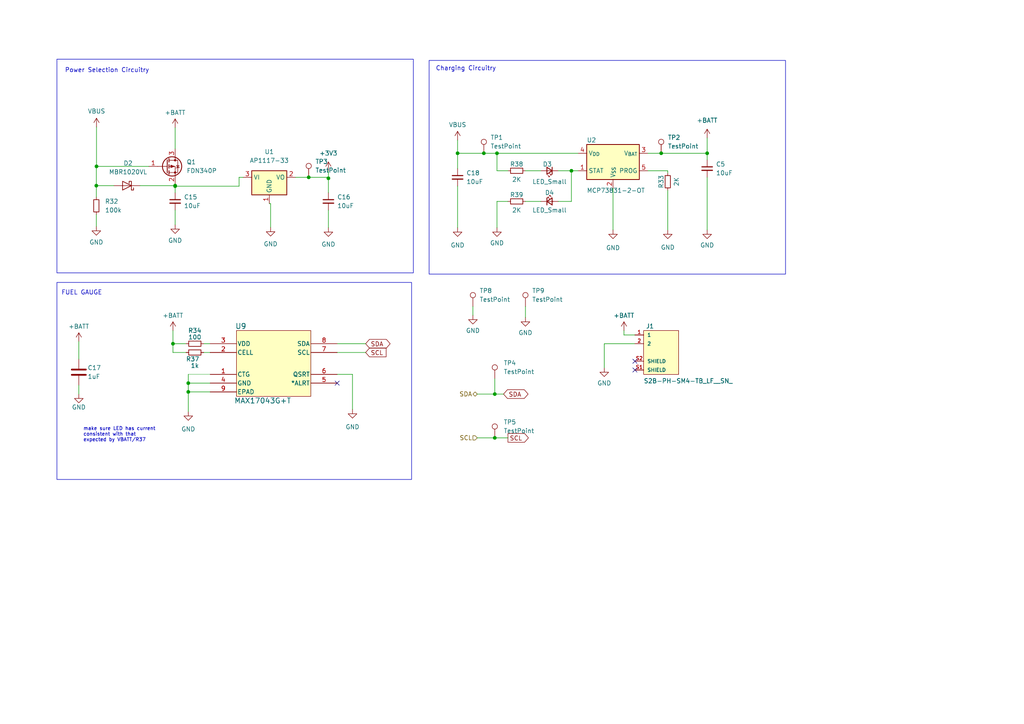
<source format=kicad_sch>
(kicad_sch (version 20230121) (generator eeschema)
  (paper "A4")
  (title_block (title "Power and Battery Schematic") (company "Generate Product Development Studio"))
  (lib_symbols
    (symbol "Battery_Management:MCP73831-2-OT"
      (property "Reference" "U4" (at 2.1941 9.906 0))
      (property "Value" "MCP73831-2-OT" (at 2.1941 7.366 0))
      (symbol "MCP73831-2-OT_0_1"
        (rectangle (start -7.62 5.08) (end 7.62 -5.08) (stroke (width 0.254)) (fill (type background)))
      )
      (symbol "MCP73831-2-OT_1_1"
        (pin output line (at -10.16 -2.54 0) (length 2.54) (name "STAT") (number "1"))
        (pin power_in line (at 0 -7.62 90) (length 2.54) (name "V_{SS}") (number "2"))
        (pin power_out line (at 10.16 2.54 180) (length 2.54) (name "V_{BAT}") (number "3"))
        (pin power_in line (at -10.16 2.54 0) (length 2.54) (name "V_{DD}") (number "4"))
        (pin input line (at 10.16 -2.54 180) (length 2.54) (name "PROG") (number "5"))
      )
    )
    (symbol "Connector:TestPoint" (pin_numbers hide) (pin_names (offset 0.762) hide)
      (property "Reference" "TP" (at 0 6.858 0))
      (property "Value" "TestPoint" (at 0 5.08 0))
      (symbol "TestPoint_0_1"
        (circle (center 0 3.302) (radius 0.762))
      )
      (symbol "TestPoint_1_1"
        (pin passive line (at 0 0 90) (length 2.54) (name "1") (number "1"))
      )
    )
    (symbol "Device:C" (pin_numbers hide) (pin_names (offset 0.254))
      (property "Reference" "C" (at 0.635 2.54 0))
      (property "Value" "C" (at 0.635 -2.54 0))
      (symbol "C_0_1"
        (polyline (pts (xy -2.032 -0.762) (xy 2.032 -0.762)) (stroke (width 0.508)))
        (polyline (pts (xy -2.032 0.762) (xy 2.032 0.762)) (stroke (width 0.508)))
      )
      (symbol "C_1_1"
        (pin passive line (at 0 3.81 270) (length 2.794) (name "~") (number "1"))
        (pin passive line (at 0 -3.81 90) (length 2.794) (name "~") (number "2"))
      )
    )
    (symbol "Device:C_Small" (pin_numbers hide) (pin_names (offset 0.254) hide)
      (property "Reference" "C" (at 0.254 1.778 0))
      (property "Value" "C_Small" (at 0.254 -2.032 0))
      (symbol "C_Small_0_1"
        (polyline (pts (xy -1.524 -0.508) (xy 1.524 -0.508)) (stroke (width 0.3302)))
        (polyline (pts (xy -1.524 0.508) (xy 1.524 0.508)) (stroke (width 0.3048)))
      )
      (symbol "C_Small_1_1"
        (pin passive line (at 0 2.54 270) (length 2.032) (name "~") (number "1"))
        (pin passive line (at 0 -2.54 90) (length 2.032) (name "~") (number "2"))
      )
    )
    (symbol "Device:LED_Small" (pin_numbers hide) (pin_names (offset 0.254) hide)
      (property "Reference" "D" (at -1.27 3.175 0))
      (property "Value" "LED_Small" (at -4.445 -2.54 0))
      (symbol "LED_Small_0_1"
        (polyline (pts (xy -0.762 -1.016) (xy -0.762 1.016)) (stroke (width 0.254)))
        (polyline (pts (xy 1.016 0) (xy -0.762 0)))
        (polyline (pts (xy 0.762 -1.016) (xy -0.762 0) (xy 0.762 1.016) (xy 0.762 -1.016)) (stroke (width 0.254)))
        (polyline (pts (xy 0 0.762) (xy -0.508 1.27) (xy -0.254 1.27) (xy -0.508 1.27) (xy -0.508 1.016)))
        (polyline (pts (xy 0.508 1.27) (xy 0 1.778) (xy 0.254 1.778) (xy 0 1.778) (xy 0 1.524)))
      )
      (symbol "LED_Small_1_1"
        (pin passive line (at -2.54 0 0) (length 1.778) (name "K") (number "1"))
        (pin passive line (at 2.54 0 180) (length 1.778) (name "A") (number "2"))
      )
    )
    (symbol "Device:R_Small" (pin_numbers hide) (pin_names (offset 0.254) hide)
      (property "Reference" "R" (at 0.762 0.508 0))
      (property "Value" "R_Small" (at 0.762 -1.016 0))
      (symbol "R_Small_0_1"
        (rectangle (start -0.762 1.778) (end 0.762 -1.778) (stroke (width 0.2032)))
      )
      (symbol "R_Small_1_1"
        (pin passive line (at 0 2.54 270) (length 0.762) (name "~") (number "1"))
        (pin passive line (at 0 -2.54 90) (length 0.762) (name "~") (number "2"))
      )
    )
    (symbol "Diode:MBR1020VL" (pin_numbers hide) (pin_names hide)
      (property "Reference" "D" (at 0 2.54 0))
      (property "Value" "MBR1020VL" (at 0 -2.54 0))
      (symbol "MBR1020VL_0_1"
        (polyline (pts (xy 1.27 0) (xy -1.27 0)))
        (polyline (pts (xy 1.27 1.27) (xy 1.27 -1.27) (xy -1.27 0) (xy 1.27 1.27)) (stroke (width 0.2032)))
        (polyline (pts (xy -1.905 0.635) (xy -1.905 1.27) (xy -1.27 1.27) (xy -1.27 -1.27) (xy -0.635 -1.27) (xy -0.635 -0.635)) (stroke (width 0.2032)))
      )
      (symbol "MBR1020VL_1_1"
        (pin passive line (at -3.81 0 0) (length 2.54) (name "K") (number "1"))
        (pin passive line (at 3.81 0 180) (length 2.54) (name "A") (number "2"))
      )
    )
    (symbol "MuscleRecoverySymbolLibray:MAX17043G+T" (pin_names (offset 0.254))
      (property "Reference" "U9" (at 12.7 5.08 0))
      (property "Value" "MAX17043G+T" (at 19.05 -16.51 0))
      (symbol "MAX17043G+T_0_1"
        (pin power_out line (at 3.81 -8.89 0) (length 7.62) (name "CTG") (number "1"))
        (pin input line (at 3.81 -2.54 0) (length 7.62) (name "CELL") (number "2"))
        (pin power_out line (at 3.81 0 0) (length 7.62) (name "VDD") (number "3"))
        (pin input line (at 3.81 -11.43 0) (length 7.62) (name "GND") (number "4"))
        (pin output line (at 40.64 -11.43 180) (length 7.62) (name "*ALRT") (number "5"))
        (pin input line (at 40.64 -8.89 180) (length 7.62) (name "QSRT") (number "6"))
        (pin input line (at 40.64 -2.54 180) (length 7.62) (name "SCL") (number "7"))
        (pin bidirectional line (at 40.64 0 180) (length 7.62) (name "SDA") (number "8"))
        (pin power_in line (at 3.81 -13.97 0) (length 7.62) (name "EPAD") (number "9"))
      )
      (symbol "MAX17043G+T_1_1"
        (rectangle (start 11.43 3.81) (end 33.02 -15.24) (fill (type background)))
      )
    )
    (symbol "MuscleRecoverySymbolLibray:S2B-PH-SM4-TB_LF__SN_" (pin_names (offset 1.016))
      (property "Reference" "J?" (at -5.0829 5.5957 0))
      (property "Value" "S2B-PH-SM4-TB_LF__SN_" (at -5.0881 -9.4227 0))
      (symbol "S2B-PH-SM4-TB_LF__SN__0_0"
        (rectangle (start -5.08 -7.62) (end 5.08 5.08) (stroke (width 0.1524)) (fill (type background)))
        (pin passive line (at -7.62 3.81 0) (length 2.54) (name "1") (number "1"))
        (pin passive line (at -7.62 1.27 0) (length 2.54) (name "2") (number "2"))
        (pin passive line (at -7.62 -6.35 0) (length 2.54) (name "SHIELD") (number "S1"))
        (pin passive line (at -7.62 -3.81 0) (length 2.54) (name "SHIELD") (number "S2"))
      )
    )
    (symbol "Regulator_Linear:AP1117-33"
      (property "Reference" "U" (at -3.81 3.175 0))
      (property "Value" "AP1117-33" (at 0 3.175 0))
      (symbol "AP1117-33_0_1"
        (rectangle (start -5.08 -5.08) (end 5.08 1.905) (stroke (width 0.254)) (fill (type background)))
      )
      (symbol "AP1117-33_1_1"
        (pin power_in line (at 0 -7.62 90) (length 2.54) (name "GND") (number "1"))
        (pin power_out line (at 7.62 0 180) (length 2.54) (name "VO") (number "2"))
        (pin power_in line (at -7.62 0 0) (length 2.54) (name "VI") (number "3"))
      )
    )
    (symbol "Transistor_FET:FDN340P" (pin_names hide)
      (property "Reference" "Q" (at 5.08 1.905 0))
      (property "Value" "FDN340P" (at 5.08 0 0))
      (symbol "FDN340P_0_1"
        (polyline (pts (xy 0.254 0) (xy -2.54 0)))
        (polyline (pts (xy 0.254 1.905) (xy 0.254 -1.905)) (stroke (width 0.254)))
        (polyline (pts (xy 0.762 -1.27) (xy 0.762 -2.286)) (stroke (width 0.254)))
        (polyline (pts (xy 0.762 0.508) (xy 0.762 -0.508)) (stroke (width 0.254)))
        (polyline (pts (xy 0.762 2.286) (xy 0.762 1.27)) (stroke (width 0.254)))
        (polyline (pts (xy 2.54 2.54) (xy 2.54 1.778)))
        (polyline (pts (xy 2.54 -2.54) (xy 2.54 0) (xy 0.762 0)))
        (polyline (pts (xy 0.762 1.778) (xy 3.302 1.778) (xy 3.302 -1.778) (xy 0.762 -1.778)))
        (polyline (pts (xy 2.286 0) (xy 1.27 0.381) (xy 1.27 -0.381) (xy 2.286 0)) (fill (type outline)))
        (polyline (pts (xy 2.794 -0.508) (xy 2.921 -0.381) (xy 3.683 -0.381) (xy 3.81 -0.254)))
        (polyline (pts (xy 3.302 -0.381) (xy 2.921 0.254) (xy 3.683 0.254) (xy 3.302 -0.381)))
        (circle (center 1.651 0) (radius 2.794) (stroke (width 0.254)))
        (circle (center 2.54 -1.778) (radius 0.254) (fill (type outline)))
        (circle (center 2.54 1.778) (radius 0.254) (fill (type outline)))
      )
      (symbol "FDN340P_1_1"
        (pin input line (at -5.08 0 0) (length 2.54) (name "G") (number "1"))
        (pin passive line (at 2.54 -5.08 90) (length 2.54) (name "S") (number "2"))
        (pin passive line (at 2.54 5.08 270) (length 2.54) (name "D") (number "3"))
      )
    )
    (symbol "power:+3V3" (power) (pin_names (offset 0))
      (property "Value" "+3V3" (at 0 3.556 0))
      (symbol "+3V3_0_1"
        (polyline (pts (xy -0.762 1.27) (xy 0 2.54)))
        (polyline (pts (xy 0 0) (xy 0 2.54)))
        (polyline (pts (xy 0 2.54) (xy 0.762 1.27)))
      )
      (symbol "+3V3_1_1"
        (pin power_in line (at 0 0 90) (length 0) hide (name "+3V3") (number "1"))
      )
    )
    (symbol "power:+BATT" (power) (pin_names (offset 0))
      (property "Value" "+BATT" (at 0 3.556 0))
      (symbol "+BATT_0_1"
        (polyline (pts (xy -0.762 1.27) (xy 0 2.54)))
        (polyline (pts (xy 0 0) (xy 0 2.54)))
        (polyline (pts (xy 0 2.54) (xy 0.762 1.27)))
      )
      (symbol "+BATT_1_1"
        (pin power_in line (at 0 0 90) (length 0) hide (name "+BATT") (number "1"))
      )
    )
    (symbol "power:GND" (power) (pin_names (offset 0))
      (property "Value" "GND" (at 0 -3.81 0))
      (symbol "GND_0_1"
        (polyline (pts (xy 0 0) (xy 0 -1.27) (xy 1.27 -1.27) (xy 0 -2.54) (xy -1.27 -1.27) (xy 0 -1.27)))
      )
      (symbol "GND_1_1"
        (pin power_in line (at 0 0 270) (length 0) hide (name "GND") (number "1"))
      )
    )
    (symbol "power:VBUS" (power) (pin_names (offset 0))
      (property "Value" "VBUS" (at 0 3.81 0))
      (symbol "VBUS_0_1"
        (polyline (pts (xy -0.762 1.27) (xy 0 2.54)))
        (polyline (pts (xy 0 0) (xy 0 2.54)))
        (polyline (pts (xy 0 2.54) (xy 0.762 1.27)))
      )
      (symbol "VBUS_1_1"
        (pin power_in line (at 0 0 90) (length 0) hide (name "VBUS") (number "1"))
      )
    )
  )
  (junction (at 144.145 44.45))
  (junction (at 54.61 111.125))
  (junction (at 50.165 99.695))
  (junction (at 89.535 51.435))
  (junction (at 205.105 44.45))
  (junction (at 165.735 49.53))
  (junction (at 143.51 127))
  (junction (at 27.9908 48.26))
  (junction (at 50.8 53.848))
  (junction (at 143.51 114.3))
  (junction (at 132.715 44.45))
  (junction (at 191.77 44.45))
  (junction (at 54.61 113.665))
  (junction (at 140.335 44.45))
  (junction (at 27.94 53.848))
  (junction (at 95.25 51.7144))
  (junction (at 50.8 54.0004))
  (no_connect (at 184.15 104.775))
  (no_connect (at 97.79 111.125))
  (no_connect (at 184.15 107.315))
  (wire (pts (xy 95.25 49.53) (xy 95.25 51.7144)))
  (wire (pts (xy 132.715 48.895) (xy 132.715 44.45)))
  (wire (pts (xy 106.045 102.235) (xy 97.79 102.235)))
  (wire (pts (xy 54.61 108.585) (xy 54.61 111.125)))
  (wire (pts (xy 53.975 99.695) (xy 50.165 99.695)))
  (wire (pts (xy 161.925 58.42) (xy 165.735 58.42)))
  (wire (pts (xy 184.15 99.695) (xy 175.26 99.695)))
  (wire (pts (xy 152.4 49.53) (xy 156.845 49.53)))
  (wire (pts (xy 165.735 49.53) (xy 167.64 49.53)))
  (wire (pts (xy 132.715 40.64) (xy 132.715 44.45)))
  (wire (pts (xy 143.51 127) (xy 147.32 127)))
  (wire (pts (xy 50.165 99.695) (xy 50.165 102.235)))
  (wire (pts (xy 146.05 114.3) (xy 143.51 114.3)))
  (wire (pts (xy 22.86 111.76) (xy 22.86 114.3)))
  (wire (pts (xy 144.145 44.45) (xy 167.64 44.45)))
  (wire (pts (xy 69.342 51.435) (xy 69.342 54.0004)))
  (wire (pts (xy 132.715 53.975) (xy 132.715 66.04)))
  (wire (pts (xy 95.25 60.96) (xy 95.25 66.04)))
  (wire (pts (xy 144.145 58.42) (xy 147.32 58.42)))
  (wire (pts (xy 27.94 48.26) (xy 27.94 53.848)))
  (wire (pts (xy 205.105 40.005) (xy 205.105 44.45)))
  (wire (pts (xy 78.105 59.055) (xy 78.486 59.055)))
  (wire (pts (xy 54.61 113.665) (xy 54.61 119.38)))
  (wire (pts (xy 97.79 108.585) (xy 102.235 108.585)))
  (wire (pts (xy 89.535 51.435) (xy 95.504 51.435)))
  (wire (pts (xy 50.8 54.0004) (xy 69.342 54.0004)))
  (wire (pts (xy 191.77 44.45) (xy 205.105 44.45)))
  (wire (pts (xy 180.975 97.155) (xy 184.15 97.155)))
  (wire (pts (xy 50.8 37.0332) (xy 50.8 43.18)))
  (wire (pts (xy 205.105 44.45) (xy 205.105 46.355)))
  (wire (pts (xy 140.335 44.45) (xy 144.145 44.45)))
  (wire (pts (xy 50.8 53.848) (xy 50.8 54.0004)))
  (wire (pts (xy 54.61 111.125) (xy 60.96 111.125)))
  (wire (pts (xy 27.94 53.848) (xy 33.02 53.848)))
  (wire (pts (xy 60.96 108.585) (xy 54.61 108.585)) (stroke (width 0.0762)))
  (wire (pts (xy 144.145 44.45) (xy 144.145 49.53)))
  (wire (pts (xy 144.145 66.04) (xy 144.145 58.42)))
  (wire (pts (xy 54.61 111.125) (xy 54.61 113.665)))
  (wire (pts (xy 27.94 53.848) (xy 27.94 57.15)))
  (wire (pts (xy 193.675 55.245) (xy 193.675 66.675)))
  (wire (pts (xy 27.9908 36.83) (xy 27.9908 48.26)))
  (wire (pts (xy 137.16 91.44) (xy 137.16 88.9)))
  (wire (pts (xy 59.055 102.235) (xy 60.96 102.235)))
  (wire (pts (xy 95.504 51.7144) (xy 95.25 51.7144)))
  (wire (pts (xy 27.94 65.6844) (xy 27.94 62.23)))
  (wire (pts (xy 85.725 51.435) (xy 89.535 51.435)))
  (wire (pts (xy 54.61 113.665) (xy 60.96 113.665)))
  (wire (pts (xy 69.342 51.435) (xy 70.485 51.435)))
  (wire (pts (xy 50.8 60.96) (xy 50.8 65.1764)))
  (wire (pts (xy 193.675 49.53) (xy 187.96 49.53)))
  (wire (pts (xy 175.26 99.695) (xy 175.26 106.68)))
  (wire (pts (xy 50.165 99.695) (xy 50.165 95.885)))
  (wire (pts (xy 50.165 102.235) (xy 53.975 102.235)))
  (wire (pts (xy 50.8 53.34) (xy 50.8 53.848)))
  (wire (pts (xy 143.51 109.855) (xy 143.51 114.3)))
  (wire (pts (xy 102.235 108.585) (xy 102.235 118.745)))
  (wire (pts (xy 193.675 49.53) (xy 193.675 50.165)))
  (wire (pts (xy 152.4 58.42) (xy 156.845 58.42)))
  (wire (pts (xy 95.504 51.435) (xy 95.504 51.7144)))
  (wire (pts (xy 27.9908 48.26) (xy 43.18 48.26)))
  (wire (pts (xy 22.86 99.06) (xy 22.86 104.14)))
  (wire (pts (xy 144.145 49.53) (xy 147.32 49.53)))
  (wire (pts (xy 95.25 51.7144) (xy 95.25 55.88)))
  (wire (pts (xy 143.51 114.3) (xy 138.43 114.3)))
  (wire (pts (xy 132.715 44.45) (xy 140.335 44.45)))
  (wire (pts (xy 138.43 127) (xy 143.51 127)))
  (wire (pts (xy 152.4 88.9) (xy 152.4 92.075)))
  (wire (pts (xy 205.105 51.435) (xy 205.105 66.675)))
  (wire (pts (xy 40.64 53.848) (xy 50.8 53.848)))
  (wire (pts (xy 165.735 58.42) (xy 165.735 49.53)))
  (wire (pts (xy 187.96 44.45) (xy 191.77 44.45)))
  (wire (pts (xy 27.94 48.26) (xy 27.9908 48.26)))
  (wire (pts (xy 78.486 59.055) (xy 78.486 65.9384)))
  (wire (pts (xy 59.055 99.695) (xy 60.96 99.695)))
  (wire (pts (xy 161.925 49.53) (xy 165.735 49.53)))
  (wire (pts (xy 177.8 54.61) (xy 177.8 66.675)))
  (wire (pts (xy 50.8 54.0004) (xy 50.8 55.88)))
  (wire (pts (xy 180.975 95.885) (xy 180.975 97.155)))
  (wire (pts (xy 106.045 99.695) (xy 97.79 99.695)))
  (rectangle (start 124.46 17.526) (end 227.838 79.502))
  (rectangle (start 16.51 81.915) (end 119.38 139.065))
  (rectangle (start 16.51 17.1704) (end 119.888 79.1464))
  (text "FUEL GAUGE \n" (at 17.78 85.725 0) (effects (font (size 1.27 1.27)) (justify left bottom)))
  (text "make sure LED has current \nconsistent with that \nexpected by VBATT/R37" (at 24.13 128.27 0) (effects (font (size 1 1)) (justify left bottom)))
  (text "Charging Circuitry\n" (at 126.365 20.701 0) (effects (font (size 1.27 1.27)) (justify left bottom)))
  (text "Power Selection Circuitry\n" (at 18.796 21.2344 0) (effects (font (size 1.27 1.27)) (justify left bottom)))
  (global_label "SDA" (shape bidirectional) (at 106.045 99.695 0) (property "Intersheetrefs" "${INTERSHEET_REFS}" (effects hide)))
  (global_label "SCL" (shape input) (at 106.045 102.235 0) (property "Intersheetrefs" "${INTERSHEET_REFS}" (effects hide)))
  (global_label "SCL" (shape output) (at 147.32 127 0) (property "Intersheetrefs" "${INTERSHEET_REFS}" (effects hide)))
  (global_label "SDA" (shape bidirectional) (at 146.05 114.3 0) (property "Intersheetrefs" "${INTERSHEET_REFS}" (effects hide)))
  (hierarchical_label "SDA" (shape bidirectional) (at 138.43 114.3 180))
  (hierarchical_label "SCL" (shape input) (at 138.43 127 180))
  (symbol (lib_id "power:GND") (at 50.8 65.1764 0) (unit 1)
    (property "Reference" "#PWR019" (effects hide))
    (property "Value" "GND" (at 50.8 69.7484 0))
    (instances (project "MuscleRecoveryV1" (path "" (reference "#PWR019") (unit 1))) (project "Power For Muscle Recovery" (path "" (reference "#PWR04") (unit 1))) (project "New Test" (path "" (reference "#PWR04") (unit 1))))
  )
  (symbol (lib_id "power:GND") (at 152.4 92.075 0) (unit 1)
    (property "Reference" "#PWR07" (effects hide))
    (property "Value" "GND" (at 152.4 96.52 0))
  )
  (symbol (lib_id "MuscleRecoverySymbolLibray:MAX17043G+T") (at 57.15 99.695 0) (unit 1)
    (property "Reference" "U9" (at 69.85 94.615 0) (effects (font (size 1.524 1.524))))
    (property "Value" "MAX17043G+T" (at 76.2 116.205 0) (effects (font (size 1.524 1.524))))
    (property "Footprint" "Muscle_Recovery_Footprint_Library:21-0174B_MXM-L" (effects hide))
    (property "Datasheet" "MAX17043G+T" (effects hide))
  )
  (symbol (lib_id "power:VBUS") (at 132.715 40.64 0) (unit 1)
    (property "Reference" "#PWR023" (effects hide))
    (property "Value" "VBUS" (at 132.715 36.195 0))
    (instances (project "MuscleRecoveryV1" (path "" (reference "#PWR023") (unit 1))) (project "New Test" (path "" (reference "#PWR025") (unit 1))))
  )
  (symbol (lib_id "Device:C_Small") (at 132.715 51.435 0) (unit 1)
    (property "Reference" "C18" (at 135.255 50.1713 0) (effects (justify left)))
    (property "Value" "10uF" (at 135.255 52.7113 0) (effects (justify left)))
    (property "Footprint" "Capacitor_SMD:C_0402_1005Metric" (effects hide))
    (instances (project "MuscleRecoveryV1" (path "" (reference "C18") (unit 1))) (project "New Test" (path "" (reference "C7") (unit 1))))
  )
  (symbol (lib_id "Device:R_Small") (at 149.86 49.53 90) (unit 1)
    (property "Reference" "R38" (at 149.86 47.625 90))
    (property "Value" "2K" (at 149.86 52.07 90))
    (property "Footprint" "Resistor_SMD:R_0402_1005Metric" (effects hide))
    (instances (project "MuscleRecoveryV1" (path "" (reference "R38") (unit 1))) (project "New Test" (path "" (reference "R14") (unit 1))))
  )
  (symbol (lib_id "power:GND") (at 177.8 66.675 0) (unit 1)
    (property "Reference" "#PWR026" (effects hide))
    (property "Value" "GND" (at 177.8 71.882 0))
    (instances (project "MuscleRecoveryV1" (path "" (reference "#PWR026") (unit 1))) (project "New Test" (path "" (reference "#PWR024") (unit 1))))
  )
  (symbol (lib_id "power:GND") (at 144.145 66.04 0) (unit 1)
    (property "Reference" "#PWR025" (effects hide))
    (property "Value" "GND" (at 144.145 70.485 0))
    (instances (project "MuscleRecoveryV1" (path "" (reference "#PWR025") (unit 1))) (project "New Test" (path "" (reference "#PWR026") (unit 1))))
  )
  (symbol (lib_id "power:+BATT") (at 180.975 95.885 0) (unit 1)
    (property "Reference" "#PWR064" (effects hide))
    (property "Value" "+BATT" (at 180.975 91.5162 0))
    (instances (project "MuscleRecoveryV1" (path "" (reference "#PWR064") (unit 1))) (project "Power For Muscle Recovery" (path "" (reference "#PWR02") (unit 1))) (project "New Test" (path "" (reference "#PWR03") (unit 1))))
  )
  (symbol (lib_id "Connector:TestPoint") (at 152.4 88.9 0) (unit 1)
    (property "Reference" "TP9" (at 154.305 84.328 0) (effects (justify left)))
    (property "Value" "TestPoint" (at 154.305 86.868 0) (effects (justify left)))
    (property "Footprint" "TestPoint:TestPoint_Pad_1.0x1.0mm" (effects hide))
  )
  (symbol (lib_id "Device:R_Small") (at 56.515 99.695 90) (unit 1)
    (property "Reference" "R34" (at 56.515 95.885 90))
    (property "Value" "100" (at 56.515 97.79 90))
    (property "Footprint" "Resistor_SMD:R_0402_1005Metric" (effects hide))
  )
  (symbol (lib_id "power:GND") (at 22.86 114.3 0) (unit 1)
    (property "Reference" "#PWR09" (effects hide))
    (property "Value" "GND" (at 22.86 118.11 0))
  )
  (symbol (lib_id "Diode:MBR1020VL") (at 36.83 53.848 180) (unit 1)
    (property "Reference" "D2" (at 37.1475 47.3456 0))
    (property "Value" "MBR1020VL" (at 37.1475 49.8856 0))
    (property "Footprint" "Diode_SMD:D_SOD-123F" (effects hide))
    (property "Datasheet" "https://www.onsemi.com/pub/Collateral/MBR1020VL-D.PDF" (effects hide))
    (instances (project "MuscleRecoveryV1" (path "" (reference "D2") (unit 1))) (project "Power For Muscle Recovery" (path "" (reference "D1") (unit 1))) (project "New Test" (path "" (reference "D1") (unit 1))))
  )
  (symbol (lib_id "power:GND") (at 137.16 91.44 0) (unit 1)
    (property "Reference" "#PWR06" (effects hide))
    (property "Value" "GND" (at 137.16 95.885 0))
  )
  (symbol (lib_id "power:+BATT") (at 50.8 37.0332 0) (unit 1)
    (property "Reference" "#PWR018" (effects hide))
    (property "Value" "+BATT" (at 50.8 32.6644 0))
    (instances (project "MuscleRecoveryV1" (path "" (reference "#PWR018") (unit 1))) (project "Power For Muscle Recovery" (path "" (reference "#PWR02") (unit 1))) (project "New Test" (path "" (reference "#PWR03") (unit 1))))
  )
  (symbol (lib_id "power:GND") (at 78.486 65.9384 0) (unit 1)
    (property "Reference" "#PWR020" (effects hide))
    (property "Value" "GND" (at 78.486 70.7644 0))
    (instances (project "MuscleRecoveryV1" (path "" (reference "#PWR020") (unit 1))) (project "Power For Muscle Recovery" (path "" (reference "#PWR05") (unit 1))) (project "New Test" (path "" (reference "#PWR05") (unit 1))))
  )
  (symbol (lib_id "power:GND") (at 95.25 66.04 0) (unit 1)
    (property "Reference" "#PWR022" (effects hide))
    (property "Value" "GND" (at 95.25 70.866 0))
    (instances (project "MuscleRecoveryV1" (path "" (reference "#PWR022") (unit 1))) (project "Power For Muscle Recovery" (path "" (reference "#PWR07") (unit 1))) (project "New Test" (path "" (reference "#PWR07") (unit 1))))
  )
  (symbol (lib_id "power:GND") (at 54.61 119.38 0) (unit 1)
    (property "Reference" "#PWR03" (effects hide))
    (property "Value" "GND" (at 54.61 124.46 0))
  )
  (symbol (lib_id "Device:R_Small") (at 149.86 58.42 90) (unit 1)
    (property "Reference" "R39" (at 149.86 56.515 90))
    (property "Value" "2K" (at 149.86 60.96 90))
    (property "Footprint" "Resistor_SMD:R_0402_1005Metric" (effects hide))
    (instances (project "MuscleRecoveryV1" (path "" (reference "R39") (unit 1))) (project "New Test" (path "" (reference "R15") (unit 1))))
  )
  (symbol (lib_id "Device:LED_Small") (at 159.385 58.42 0) (unit 1)
    (property "Reference" "D4" (at 159.385 55.88 0))
    (property "Value" "LED_Small" (at 159.385 60.96 0))
    (property "Footprint" "LED_SMD:LED_0402_1005Metric" (effects hide))
    (instances (project "MuscleRecoveryV1" (path "" (reference "D4") (unit 1))) (project "New Test" (path "" (reference "D3") (unit 1))))
  )
  (symbol (lib_id "power:GND") (at 193.675 66.675 0) (unit 1)
    (property "Reference" "#PWR027" (effects hide))
    (property "Value" "GND" (at 193.675 71.755 0))
    (instances (project "MuscleRecoveryV1" (path "" (reference "#PWR027") (unit 1))) (project "New Test" (path "" (reference "#PWR028") (unit 1))))
  )
  (symbol (lib_id "Connector:TestPoint") (at 89.535 51.435 0) (unit 1)
    (property "Reference" "TP3" (at 91.44 46.863 0) (effects (justify left)))
    (property "Value" "TestPoint" (at 91.44 49.403 0) (effects (justify left)))
    (property "Footprint" "TestPoint:TestPoint_Pad_1.0x1.0mm" (effects hide))
  )
  (symbol (lib_id "Device:C") (at 22.86 107.95 0) (unit 1)
    (property "Reference" "C17" (at 25.4 106.68 0) (effects (justify left)))
    (property "Value" "1uF" (at 25.4 109.22 0) (effects (justify left)))
    (property "Footprint" "Capacitor_SMD:C_0402_1005Metric" (effects hide))
  )
  (symbol (lib_id "Device:R_Small") (at 56.515 102.235 90) (unit 1)
    (property "Reference" "R37" (at 55.88 104.14 90))
    (property "Value" "1k" (at 56.515 106.045 90))
    (property "Footprint" "Resistor_SMD:R_0402_1005Metric" (effects hide))
  )
  (symbol (lib_id "power:+3V3") (at 95.25 49.53 0) (unit 1)
    (property "Reference" "#PWR021" (effects hide))
    (property "Value" "+3V3" (at 95.25 44.45 0))
  )
  (symbol (lib_id "power:GND") (at 102.235 118.745 0) (unit 1)
    (property "Reference" "#PWR01" (effects hide))
    (property "Value" "GND" (at 102.235 123.825 0))
  )
  (symbol (lib_id "power:GND") (at 205.105 66.675 0) (unit 1)
    (property "Reference" "#PWR029" (effects hide))
    (property "Value" "GND" (at 205.105 71.12 0))
  )
  (symbol (lib_id "Device:C_Small") (at 50.8 58.42 0) (unit 1)
    (property "Reference" "C15" (at 53.34 57.1563 0) (effects (justify left)))
    (property "Value" "10uF" (at 53.34 59.6963 0) (effects (justify left)))
    (property "Footprint" "Capacitor_SMD:C_0805_2012Metric" (effects hide))
    (instances (project "MuscleRecoveryV1" (path "" (reference "C15") (unit 1))) (project "Power For Muscle Recovery" (path "" (reference "C1") (unit 1))) (project "New Test" (path "" (reference "C1") (unit 1))))
  )
  (symbol (lib_id "Connector:TestPoint") (at 137.16 88.9 0) (unit 1)
    (property "Reference" "TP8" (at 139.065 84.328 0) (effects (justify left)))
    (property "Value" "TestPoint" (at 139.065 86.868 0) (effects (justify left)))
    (property "Footprint" "TestPoint:TestPoint_Pad_1.0x1.0mm" (effects hide))
  )
  (symbol (lib_id "power:GND") (at 132.715 66.04 0) (unit 1)
    (property "Reference" "#PWR024" (effects hide))
    (property "Value" "GND" (at 132.715 71.12 0))
    (instances (project "MuscleRecoveryV1" (path "" (reference "#PWR024") (unit 1))) (project "New Test" (path "" (reference "#PWR027") (unit 1))))
  )
  (symbol (lib_id "MuscleRecoverySymbolLibray:S2B-PH-SM4-TB_LF__SN_") (at 191.77 100.965 0) (unit 1)
    (property "Reference" "J1" (at 187.325 94.615 0) (effects (justify left)))
    (property "Value" "S2B-PH-SM4-TB_LF__SN_" (at 186.69 110.49 0) (effects (justify left)))
    (property "Footprint" "Muscle_Recovery_Footprint_Library:JST_S2B-PH-SM4-TB_LF__SN_" (effects hide))
    (property "MF" "JST Sales" (effects hide))
    (property "Description" "\nConnector Header Surface Mount, Right Angle 2 position 0.079 (2.00mm)\n" (effects hide))
    (property "Package" "None" (effects hide))
    (property "Price" "None" (effects hide))
    (property "Check_prices" "https://www.snapeda.com/parts/S2B-PH-SM4-TB(LF)(SN)/JST+Sales+America+Inc./view-part/?ref=eda" (effects hide))
    (property "STANDARD" "Manufacturer Recommendation" (effects hide))
    (property "SnapEDA_Link" "https://www.snapeda.com/parts/S2B-PH-SM4-TB(LF)(SN)/JST+Sales+America+Inc./view-part/?ref=snap" (effects hide))
    (property "MP" "S2B-PH-SM4-TB(LF)(SN)" (effects hide))
    (property "Availability" "In Stock" (effects hide))
    (property "MANUFACTURER" "JST" (effects hide))
  )
  (symbol (lib_id "power:GND") (at 175.26 106.68 0) (unit 1)
    (property "Reference" "#PWR065" (effects hide))
    (property "Value" "GND" (at 175.26 111.125 0))
  )
  (symbol (lib_id "Device:C_Small") (at 95.25 58.42 0) (unit 1)
    (property "Reference" "C16" (at 97.79 57.1563 0) (effects (justify left)))
    (property "Value" "10uF" (at 97.79 59.6963 0) (effects (justify left)))
    (property "Footprint" "Capacitor_SMD:C_0805_2012Metric" (effects hide))
    (instances (project "MuscleRecoveryV1" (path "" (reference "C16") (unit 1))) (project "Power For Muscle Recovery" (path "" (reference "C2") (unit 1))) (project "New Test" (path "" (reference "C2") (unit 1))))
  )
  (symbol (lib_id "Device:C_Small") (at 205.105 48.895 0) (unit 1)
    (property "Reference" "C5" (at 207.645 47.6313 0) (effects (justify left)))
    (property "Value" "10uF" (at 207.645 50.1713 0) (effects (justify left)))
    (property "Footprint" "Capacitor_SMD:C_0402_1005Metric" (effects hide))
    (instances (project "MuscleRecoveryV1" (path "" (reference "C5") (unit 1))) (project "New Test" (path "" (reference "C8") (unit 1))))
  )
  (symbol (lib_id "Connector:TestPoint") (at 140.335 44.45 0) (unit 1)
    (property "Reference" "TP1" (at 142.24 39.878 0) (effects (justify left)))
    (property "Value" "TestPoint" (at 142.24 42.418 0) (effects (justify left)))
    (property "Footprint" "TestPoint:TestPoint_Pad_1.0x1.0mm" (effects hide))
  )
  (symbol (lib_id "Connector:TestPoint") (at 143.51 127 0) (unit 1)
    (property "Reference" "TP5" (at 146.05 122.428 0) (effects (justify left)))
    (property "Value" "TestPoint" (at 146.05 124.968 0) (effects (justify left)))
    (property "Footprint" "TestPoint:TestPoint_Pad_1.0x1.0mm" (effects hide))
  )
  (symbol (lib_id "Regulator_Linear:AP1117-33") (at 78.105 51.435 0) (unit 1)
    (property "Reference" "U1" (at 78.105 44.0182 0))
    (property "Value" "AP1117-33" (at 78.105 46.5582 0))
    (property "Footprint" "Package_TO_SOT_SMD:SOT-223-3_TabPin2" (effects hide))
    (property "Datasheet" "http://www.diodes.com/datasheets/AP1117.pdf" (effects hide))
  )
  (symbol (lib_id "power:VBUS") (at 27.9908 36.83 0) (unit 1)
    (property "Reference" "#PWR017" (effects hide))
    (property "Value" "VBUS" (at 27.9908 32.258 0))
    (instances (project "MuscleRecoveryV1" (path "" (reference "#PWR017") (unit 1))) (project "Power For Muscle Recovery" (path "" (reference "#PWR01") (unit 1))) (project "New Test" (path "" (reference "#PWR02") (unit 1))))
  )
  (symbol (lib_id "Device:LED_Small") (at 159.385 49.53 180) (unit 1)
    (property "Reference" "D3" (at 158.75 47.625 0))
    (property "Value" "LED_Small" (at 159.385 52.705 0))
    (property "Footprint" "LED_SMD:LED_0402_1005Metric" (effects hide))
    (instances (project "MuscleRecoveryV1" (path "" (reference "D3") (unit 1))) (project "New Test" (path "" (reference "D2") (unit 1))))
  )
  (symbol (lib_id "Connector:TestPoint") (at 143.51 109.855 0) (unit 1)
    (property "Reference" "TP4" (at 146.05 105.283 0) (effects (justify left)))
    (property "Value" "TestPoint" (at 146.05 107.823 0) (effects (justify left)))
    (property "Footprint" "TestPoint:TestPoint_Pad_1.0x1.0mm" (effects hide))
  )
  (symbol (lib_id "Device:R_Small") (at 193.675 52.705 180) (unit 1)
    (property "Reference" "R33" (at 191.77 52.705 90))
    (property "Value" "2K" (at 196.215 52.705 90))
    (property "Footprint" "Resistor_SMD:R_0402_1005Metric" (effects hide))
    (instances (project "MuscleRecoveryV1" (path "" (reference "R33") (unit 1))) (project "New Test" (path "" (reference "R16") (unit 1))))
  )
  (symbol (lib_id "power:GND") (at 27.94 65.6844 0) (unit 1)
    (property "Reference" "#PWR016" (effects hide))
    (property "Value" "GND" (at 27.94 70.2564 0))
    (instances (project "MuscleRecoveryV1" (path "" (reference "#PWR016") (unit 1))) (project "Power For Muscle Recovery" (path "" (reference "#PWR03") (unit 1))) (project "New Test" (path "" (reference "#PWR01") (unit 1))))
  )
  (symbol (lib_id "power:+BATT") (at 22.86 99.06 0) (unit 1)
    (property "Reference" "#PWR04" (effects hide))
    (property "Value" "+BATT" (at 22.86 94.6912 0))
    (instances (project "MuscleRecoveryV1" (path "" (reference "#PWR04") (unit 1))) (project "Power For Muscle Recovery" (path "" (reference "#PWR02") (unit 1))) (project "New Test" (path "" (reference "#PWR03") (unit 1))))
  )
  (symbol (lib_id "Device:R_Small") (at 27.94 59.69 0) (unit 1)
    (property "Reference" "R32" (at 30.4292 58.42 0) (effects (justify left)))
    (property "Value" "100k" (at 30.4292 60.96 0) (effects (justify left)))
    (property "Footprint" "Resistor_SMD:R_0805_2012Metric" (effects hide))
    (instances (project "MuscleRecoveryV1" (path "" (reference "R32") (unit 1))) (project "Power For Muscle Recovery" (path "" (reference "R1") (unit 1))) (project "New Test" (path "" (reference "R1") (unit 1))))
  )
  (symbol (lib_id "Connector:TestPoint") (at 191.77 44.45 0) (unit 1)
    (property "Reference" "TP2" (at 193.675 39.878 0) (effects (justify left)))
    (property "Value" "TestPoint" (at 193.675 42.418 0) (effects (justify left)))
    (property "Footprint" "TestPoint:TestPoint_Pad_1.0x1.0mm" (effects hide))
  )
  (symbol (lib_id "power:+BATT") (at 50.165 95.885 0) (unit 1)
    (property "Reference" "#PWR068" (effects hide))
    (property "Value" "+BATT" (at 50.165 91.5162 0))
    (instances (project "MuscleRecoveryV1" (path "" (reference "#PWR068") (unit 1))) (project "Power For Muscle Recovery" (path "" (reference "#PWR02") (unit 1))) (project "New Test" (path "" (reference "#PWR03") (unit 1))))
  )
  (symbol (lib_id "Battery_Management:MCP73831-2-OT") (at 177.8 46.99 0) (unit 1)
    (property "Reference" "U2" (at 170.18 40.64 0) (effects (justify left)))
    (property "Value" "MCP73831-2-OT" (at 170.18 55.245 0) (effects (justify left)))
    (property "Footprint" "Package_TO_SOT_SMD:SOT-23-5" (effects hide))
    (property "Datasheet" "http://ww1.microchip.com/downloads/en/DeviceDoc/20001984g.pdf" (effects hide))
    (instances (project "MuscleRecoveryV1" (path "" (reference "U2") (unit 1))) (project "New Test" (path "" (reference "U4") (unit 1))))
  )
  (symbol (lib_id "Transistor_FET:FDN340P") (at 48.26 48.26 0) (unit 1)
    (property "Reference" "Q1" (at 54.102 46.99 0) (effects (justify left)))
    (property "Value" "FDN340P" (at 54.102 49.53 0) (effects (justify left)))
    (property "Footprint" "Package_TO_SOT_SMD:SOT-23" (effects hide))
    (property "Datasheet" "https://www.onsemi.com/pub/Collateral/FDN340P-D.PDF" (effects hide))
  )
  (symbol (lib_id "power:+BATT") (at 205.105 40.005 0) (unit 1)
    (property "Reference" "#PWR028" (effects hide))
    (property "Value" "+BATT" (at 205.105 34.925 0))
    (instances (project "MuscleRecoveryV1" (path "" (reference "#PWR028") (unit 1))) (project "New Test" (path "" (reference "#PWR030") (unit 1))))
  )
)
</source>
